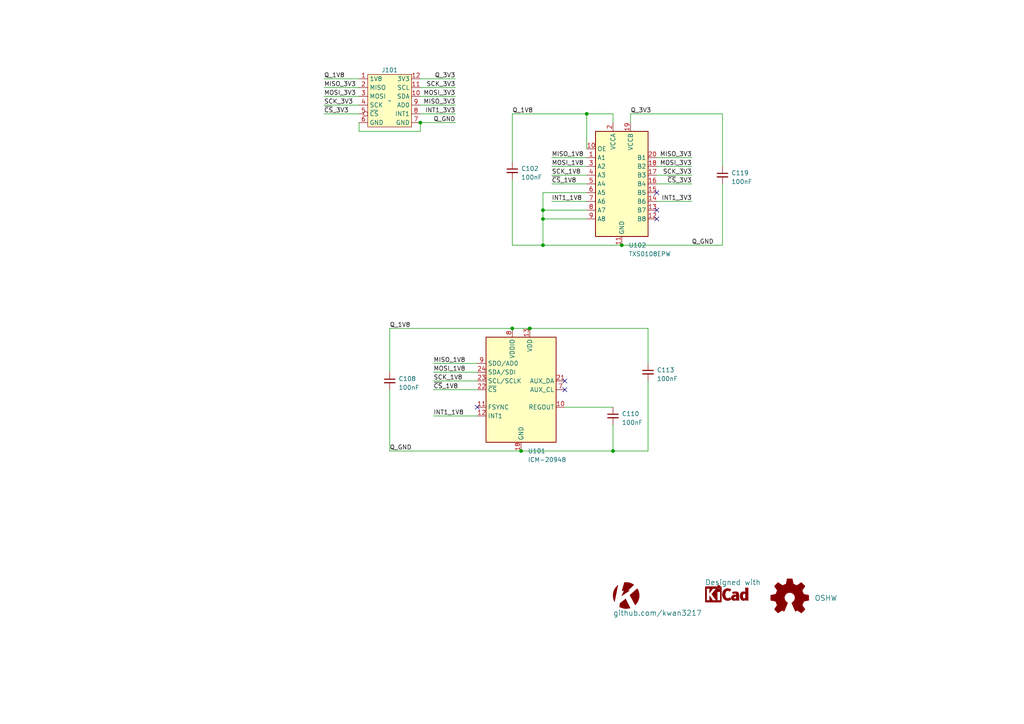
<source format=kicad_sch>
(kicad_sch (version 20230121) (generator eeschema)
  (paper "A4")
  (lib_symbols
    (symbol "Device:C_Small" (pin_numbers hide) (pin_names (offset 0.254) hide)
      (property "Reference" "C" (at 0.254 1.778 0))
      (property "Value" "C_Small" (at 0.254 -2.032 0))
      (symbol "C_Small_0_1"
        (polyline (pts (xy -1.524 -0.508) (xy 1.524 -0.508)) (stroke (width 0.3302)))
        (polyline (pts (xy -1.524 0.508) (xy 1.524 0.508)) (stroke (width 0.3048)))
      )
      (symbol "C_Small_1_1"
        (pin passive line (at 0 2.54 270) (length 2.032) (name "~") (number "1"))
        (pin passive line (at 0 -2.54 90) (length 2.032) (name "~") (number "2"))
      )
    )
    (symbol "KwanSystems:DesignedWithKicad" (pin_names (offset 1.016)) (in_bom no)
      (property "Value" "DesignedWithKicad" (at 3.81 -2.54 0))
      (symbol "DesignedWithKicad_0_1"
        (polyline (pts (xy -2.273 4.2434) (xy -2.1768 4.2192) (xy -2.0902 4.1764) (xy -2.0154 4.1166) (xy -1.9544 4.0415) (xy -1.9094 3.9528) (xy -1.8831 3.8565) (xy -1.8773 3.7592) (xy -1.8921 3.6653) (xy -1.9258 3.5775) (xy -1.9765 3.4982) (xy -2.0423 3.4302) (xy -2.1214 3.3759) (xy -2.2119 3.338) (xy -2.2632 3.3256) (xy -2.3077 3.3181) (xy -2.342 3.3151) (xy -2.375 3.3169) (xy -2.4154 3.3238) (xy -2.4485 3.3308) (xy -2.5419 3.3623) (xy -2.6256 3.4134) (xy -2.6977 3.4826) (xy -2.7562 3.5683) (xy -2.7701 3.5955) (xy -2.7866 3.6319) (xy -2.7969 3.6624) (xy -2.8025 3.6946) (xy -2.8047 3.7357) (xy -2.8049 3.7818) (xy -2.8009 3.8661) (xy -2.7874 3.9354) (xy -2.7623 3.996) (xy -2.7228 4.0544) (xy -2.6843 4.0987) (xy -2.6124 4.1645) (xy -2.5373 4.2099) (xy -2.4546 4.2372) (xy -2.3769 4.2474) (xy -2.273 4.2434)) (stroke (width 0.0025)) (fill (type outline)))
        (polyline (pts (xy 0.3284 3.3209) (xy 0.4886 3.2998) (xy 0.6525 3.2596) (xy 0.8223 3.2001) (xy 1 3.1208) (xy 1.0113 3.1153) (xy 1.069 3.0873) (xy 1.1206 3.0632) (xy 1.1622 3.0448) (xy 1.1902 3.0336) (xy 1.1997 3.0311) (xy 1.219 3.0261) (xy 1.2236 3.0219) (xy 1.2185 3.0114) (xy 1.2024 2.9851) (xy 1.1773 2.9457) (xy 1.1449 2.896) (xy 1.1071 2.8387) (xy 1.0658 2.7765) (xy 1.0228 2.7123) (xy 0.9799 2.6487) (xy 0.939 2.5886) (xy 0.902 2.5346) (xy 0.8706 2.4896) (xy 0.8468 2.4563) (xy 0.8323 2.4374) (xy 0.8303 2.4352) (xy 0.8202 2.4399) (xy 0.7978 2.457) (xy 0.7673 2.4836) (xy 0.7515 2.498) (xy 0.655 2.5733) (xy 0.5483 2.6288) (xy 0.4328 2.6639) (xy 0.31 2.6781) (xy 0.2406 2.6769) (xy 0.1194 2.6598) (xy 0.0102 2.6239) (xy -0.0874 2.569) (xy -0.1738 2.4949) (xy -0.2492 2.4013) (xy -0.314 2.2879) (xy -0.3514 2.2013) (xy -0.3953 2.0656) (xy -0.4276 1.9182) (xy -0.4484 1.7627) (xy -0.4579 1.603) (xy -0.4562 1.443) (xy -0.4432 1.2864) (xy -0.4191 1.1371) (xy -0.384 0.9988) (xy -0.3379 0.8753) (xy -0.3216 0.841) (xy -0.2534 0.7269) (xy -0.1729 0.6304) (xy -0.0814 0.5523) (xy 0.0199 0.4934) (xy 0.1299 0.4544) (xy 0.2474 0.4361) (xy 0.2889 0.4348) (xy 0.4104 0.4457) (xy 0.5309 0.4785) (xy 0.6487 0.5326) (xy 0.7623 0.6071) (xy 0.8537 0.6855) (xy 0.9002 0.73) (xy 1.0815 0.4327) (xy 1.1266 0.3586) (xy 1.1678 0.2904) (xy 1.2037 0.2305) (xy 1.2329 0.1816) (xy 1.2538 0.1459) (xy 1.2649 0.126) (xy 1.2664 0.1229) (xy 1.2581 0.1133) (xy 1.2326 0.096) (xy 1.1929 0.0727) (xy 1.1423 0.0451) (xy 1.0841 0.0147) (xy 1.0214 -0.0168) (xy 0.9576 -0.0477) (xy 0.8959 -0.0765) (xy 0.8394 -0.1014) (xy 0.7914 -0.1209) (xy 0.768 -0.1293) (xy 0.6342 -0.1671) (xy 0.4963 -0.1921) (xy 0.3486 -0.2051) (xy 0.2218 -0.2075) (xy 0.1539 -0.2064) (xy 0.0883 -0.2043) (xy 0.0308 -0.2014) (xy -0.0126 -0.1981) (xy -0.0267 -0.1964) (xy -0.1657 -0.1676) (xy -0.3072 -0.1225) (xy -0.4447 -0.0638) (xy -0.5716 0.0059) (xy -0.6491 0.0586) (xy -0.7765 0.1668) (xy -0.8948 0.2933) (xy -1.0018 0.4351) (xy -1.0953 0.589) (xy -1.1732 0.7519) (xy -1.217 0.8692) (xy -1.2673 1.0529) (xy -1.3008 1.2474) (xy -1.3176 1.4487) (xy -1.3176 1.6524) (xy -1.3009 1.8545) (xy -1.2675 2.0506) (xy -1.2174 2.2366) (xy -1.2136 2.2482) (xy -1.1507 2.4103) (xy -1.074 2.5582) (xy -0.9808 2.6961) (xy -0.8685 2.8283) (xy -0.8246 2.8736) (xy -0.6885 2.9975) (xy -0.5485 3.1001) (xy -0.4026 3.1823) (xy -0.2486 3.2454) (xy -0.0843 3.2905) (xy 0.0113 3.308) (xy 0.17 3.3235) (xy 0.3284 3.3209)) (stroke (width 0.0025)) (fill (type outline)))
        (polyline (pts (xy 6.1865 1.7978) (xy 6.1865 1.5633) (xy 6.1866 1.3504) (xy 6.1866 1.1578) (xy 6.1868 0.9845) (xy 6.1871 0.8294) (xy 6.1875 0.6914) (xy 6.1882 0.5693) (xy 6.189 0.4621) (xy 6.1902 0.3687) (xy 6.1917 0.2879) (xy 6.1935 0.2187) (xy 6.1958 0.16) (xy 6.1985 0.1106) (xy 6.2016 0.0695) (xy 6.2053 0.0356) (xy 6.2095 0.0077) (xy 6.2143 -0.0152) (xy 6.2198 -0.0342) (xy 6.2259 -0.0505) (xy 6.2327 -0.0652) (xy 6.2403 -0.0792) (xy 6.2486 -0.0939) (xy 6.2538 -0.103) (xy 6.2881 -0.1637) (xy 5.43 -0.1637) (xy 5.43 -0.0677) (xy 5.4292 -0.0244) (xy 5.4273 0.0088) (xy 5.4245 0.0266) (xy 5.4232 0.0282) (xy 5.4118 0.0213) (xy 5.3891 0.0035) (xy 5.3664 -0.0159) (xy 5.3118 -0.0566) (xy 5.2423 -0.0976) (xy 5.1653 -0.1351) (xy 5.088 -0.1654) (xy 5.0571 -0.175) (xy 4.9886 -0.1896) (xy 4.9058 -0.1995) (xy 4.8164 -0.2046) (xy 4.7282 -0.2044) (xy 4.6492 -0.1987) (xy 4.6115 -0.1929) (xy 4.4734 -0.1548) (xy 4.3461 -0.0971) (xy 4.2303 -0.0202) (xy 4.1266 0.0753) (xy 4.0358 0.1888) (xy 3.969 0.2996) (xy 3.9142 0.4164) (xy 3.8722 0.5357) (xy 3.8422 0.6617) (xy 3.8233 0.7984) (xy 3.8147 0.9498) (xy 3.814 1.0273) (xy 3.8161 1.0841) (xy 4.6452 1.0841) (xy 4.6454 0.991) (xy 4.6483 0.9033) (xy 4.654 0.8262) (xy 4.6625 0.765) (xy 4.665 0.7526) (xy 4.6968 0.6454) (xy 4.7385 0.5583) (xy 4.7904 0.4914) (xy 4.8528 0.4442) (xy 4.9261 0.4166) (xy 5.0107 0.4085) (xy 5.1068 0.4194) (xy 5.1703 0.4352) (xy 5.2195 0.4534) (xy 5.2736 0.4792) (xy 5.3142 0.5029) (xy 5.3848 0.5493) (xy 5.3848 1.6995) (xy 5.3174 1.743) (xy 5.2389 1.784) (xy 5.1547 1.8106) (xy 5.0696 1.8225) (xy 4.9882 1.8193) (xy 4.9154 1.8004) (xy 4.8834 1.7848) (xy 4.8255 1.7418) (xy 4.7765 1.685) (xy 4.7354 1.6124) (xy 4.7009 1.5219) (xy 4.6718 1.4113) (xy 4.6706 1.4055) (xy 4.6604 1.3432) (xy 4.6527 1.2654) (xy 4.6477 1.1773) (xy 4.6452 1.0841) (xy 3.8161 1.0841) (xy 3.8219 1.2401) (xy 3.8438 1.4359) (xy 3.8798 1.6147) (xy 3.9298 1.7762) (xy 3.9937 1.9203) (xy 4.0715 2.0469) (xy 4.1631 2.1559) (xy 4.2685 2.2471) (xy 4.3137 2.2781) (xy 4.4146 2.3342) (xy 4.5179 2.3738) (xy 4.628 2.398) (xy 4.7493 2.4078) (xy 4.8418 2.4067) (xy 4.9715 2.3958) (xy 5.0841 2.374) (xy 5.1829 2.3403) (xy 5.2711 2.2938) (xy 5.32 2.2596) (xy 5.3494 2.2376) (xy 5.371 2.2227) (xy 5.3793 2.2183) (xy 5.3809 2.2291) (xy 5.3822 2.2597) (xy 5.3831 2.3075) (xy 5.3838 2.3695) (xy 5.3842 2.4431) (xy 5.3843 2.5256) (xy 5.3842 2.6141) (xy 5.3838 2.7059) (xy 5.3832 2.7983) (xy 5.3823 2.8885) (xy 5.3813 2.9737) (xy 5.38 3.0513) (xy 5.3786 3.1184) (xy 5.3769 3.1724) (xy 5.3752 3.2104) (xy 5.3747 3.2173) (xy 5.3671 3.2877) (xy 5.3555 3.3429) (xy 5.3378 3.39) (xy 5.3117 3.4364) (xy 5.3054 3.4459) (xy 5.281 3.4826) (xy 6.1863 3.4826) (xy 6.1865 1.7978)) (stroke (width 0.0025)) (fill (type outline)))
        (polyline (pts (xy 2.6736 2.4034) (xy 2.8255 2.3834) (xy 2.9608 2.3498) (xy 3.0802 2.3023) (xy 3.1848 2.2406) (xy 3.2624 2.177) (xy 3.3313 2.1029) (xy 3.385 2.0231) (xy 3.4279 1.9309) (xy 3.4434 1.8878) (xy 3.4562 1.8489) (xy 3.4674 1.8127) (xy 3.4771 1.7776) (xy 3.4854 1.7416) (xy 3.4924 1.703) (xy 3.4983 1.6598) (xy 3.5031 1.6104) (xy 3.5071 1.5527) (xy 3.5103 1.4851) (xy 3.5129 1.4057) (xy 3.5151 1.3126) (xy 3.5168 1.204) (xy 3.5183 1.0781) (xy 3.5198 0.933) (xy 3.521 0.7902) (xy 3.5224 0.634) (xy 3.5236 0.4988) (xy 3.5248 0.3828) (xy 3.5261 0.2844) (xy 3.5277 0.2019) (xy 3.5297 0.1338) (xy 3.5322 0.0782) (xy 3.5353 0.0337) (xy 3.5391 -0.0015) (xy 3.5439 -0.029) (xy 3.5496 -0.0506) (xy 3.5565 -0.0677) (xy 3.5647 -0.0822) (xy 3.5742 -0.0956) (xy 3.5853 -0.1096) (xy 3.5896 -0.1151) (xy 3.6054 -0.1379) (xy 3.6124 -0.1535) (xy 3.6124 -0.1539) (xy 3.6016 -0.1561) (xy 3.5706 -0.1581) (xy 3.522 -0.1599) (xy 3.4582 -0.1615) (xy 3.3817 -0.1626) (xy 3.2949 -0.1634) (xy 3.2005 -0.1637) (xy 3.1896 -0.1637) (xy 2.7667 -0.1637) (xy 2.7634 -0.0676) (xy 2.7601 0.0284) (xy 2.698 -0.0225) (xy 2.6007 -0.0901) (xy 2.4908 -0.1447) (xy 2.4043 -0.175) (xy 2.3353 -0.1897) (xy 2.2519 -0.1997) (xy 2.1622 -0.2046) (xy 2.0738 -0.2043) (xy 1.9949 -0.1984) (xy 1.9586 -0.1926) (xy 1.8186 -0.1548) (xy 1.6922 -0.0999) (xy 1.5803 -0.0289) (xy 1.4838 0.0574) (xy 1.4036 0.1583) (xy 1.3407 0.2729) (xy 1.2963 0.399) (xy 1.284 0.4556) (xy 1.2764 0.5178) (xy 1.2727 0.5926) (xy 1.2722 0.6265) (xy 1.2723 0.6297) (xy 2.0322 0.6297) (xy 2.0415 0.5547) (xy 2.0697 0.4908) (xy 2.1182 0.4352) (xy 2.1233 0.4308) (xy 2.1715 0.396) (xy 2.2233 0.3734) (xy 2.284 0.3615) (xy 2.3594 0.3586) (xy 2.3775 0.359) (xy 2.4313 0.3617) (xy 2.4713 0.3671) (xy 2.5063 0.3773) (xy 2.5451 0.3941) (xy 2.5557 0.3993) (xy 2.6164 0.4352) (xy 2.6632 0.4778) (xy 2.676 0.493) (xy 2.7206 0.5495) (xy 2.7206 0.7454) (xy 2.7201 0.8241) (xy 2.7184 0.882) (xy 2.7154 0.9211) (xy 2.7111 0.9433) (xy 2.707 0.9497) (xy 2.691 0.9529) (xy 2.6573 0.9555) (xy 2.6103 0.9573) (xy 2.555 0.9581) (xy 2.5461 0.9582) (xy 2.4253 0.9529) (xy 2.3227 0.9367) (xy 2.2361 0.909) (xy 2.1637 0.8692) (xy 2.1088 0.8222) (xy 2.0642 0.7644) (xy 2.0395 0.7013) (xy 2.0322 0.6297) (xy 1.2723 0.6297) (xy 1.2742 0.7203) (xy 1.2825 0.7992) (xy 1.2988 0.8704) (xy 1.3244 0.9411) (xy 1.3484 0.9935) (xy 1.407 1.0888) (xy 1.4851 1.1768) (xy 1.5803 1.256) (xy 1.6902 1.3247) (xy 1.8125 1.3813) (xy 1.9448 1.4242) (xy 2.0094 1.4391) (xy 2.1456 1.4612) (xy 2.294 1.4758) (xy 2.4455 1.4822) (xy 2.5721 1.4806) (xy 2.734 1.4738) (xy 2.7265 1.5328) (xy 2.7072 1.6319) (xy 2.6761 1.7126) (xy 2.6323 1.7755) (xy 2.5749 1.8212) (xy 2.503 1.8504) (xy 2.4159 1.8636) (xy 2.3127 1.8614) (xy 2.2747 1.8574) (xy 2.1335 1.8322) (xy 1.9967 1.7912) (xy 1.9022 1.7532) (xy 1.857 1.7338) (xy 1.8186 1.7182) (xy 1.7922 1.7086) (xy 1.7845 1.7065) (xy 1.7748 1.7156) (xy 1.7581 1.7446) (xy 1.7342 1.7938) (xy 1.7031 1.8635) (xy 1.6645 1.9541) (xy 1.6579 1.9699) (xy 1.6279 2.0422) (xy 1.6009 2.1076) (xy 1.5781 2.1631) (xy 1.5608 2.2059) (xy 1.55 2.2332) (xy 1.5469 2.2421) (xy 1.5569 2.2468) (xy 1.5832 2.2521) (xy 1.6115 2.2558) (xy 1.6416 2.2605) (xy 1.6894 2.27) (xy 1.7506 2.2832) (xy 1.8209 2.2992) (xy 1.8962 2.3172) (xy 1.9248 2.3242) (xy 2.0298 2.3498) (xy 2.1175 2.3699) (xy 2.1921 2.385) (xy 2.2579 2.396) (xy 2.3193 2.4033) (xy 2.3806 2.4077) (xy 2.4461 2.4097) (xy 2.5041 2.4101) (xy 2.6736 2.4034)) (stroke (width 0.0025)) (fill (type outline)))
        (polyline (pts (xy -2.9464 3.7809) (xy -2.9355 3.667) (xy -2.9039 3.5594) (xy -2.853 3.4604) (xy -2.7843 3.3723) (xy -2.6992 3.2975) (xy -2.6022 3.2396) (xy -2.496 3.2) (xy -2.389 3.1814) (xy -2.2833 3.1826) (xy -2.1811 3.2021) (xy -2.0845 3.2386) (xy -1.9956 3.2908) (xy -1.9165 3.3573) (xy -1.8494 3.4368) (xy -1.7962 3.528) (xy -1.7592 3.6295) (xy -1.7404 3.7399) (xy -1.7385 3.7898) (xy -1.7385 3.8777) (xy -1.6866 3.8777) (xy -1.6503 3.8749) (xy -1.6234 3.8631) (xy -1.5962 3.8394) (xy -1.5579 3.801) (xy -1.5579 1.6094) (xy -1.5579 1.3473) (xy -1.5579 1.1068) (xy -1.558 0.887) (xy -1.5581 0.6869) (xy -1.5582 0.5057) (xy -1.5584 0.3423) (xy -1.5587 0.1958) (xy -1.5591 0.0654) (xy -1.5595 -0.05) (xy -1.56 -0.1513) (xy -1.5606 -0.2395) (xy -1.5613 -0.3154) (xy -1.5621 -0.3801) (xy -1.5631 -0.4344) (xy -1.5642 -0.4793) (xy -1.5654 -0.5157) (xy -1.5667 -0.5447) (xy -1.5683 -0.5671) (xy -1.5699 -0.5838) (xy -1.5718 -0.5959) (xy -1.5738 -0.6042) (xy -1.576 -0.6097) (xy -1.5771 -0.6115) (xy -1.5813 -0.6185) (xy -1.5848 -0.625) (xy -1.5886 -0.6309) (xy -1.5937 -0.6363) (xy -1.6009 -0.6412) (xy -1.6111 -0.6456) (xy -1.6254 -0.6496) (xy -1.6445 -0.6531) (xy -1.6695 -0.6563) (xy -1.7012 -0.659) (xy -1.7407 -0.6615) (xy -1.7887 -0.6636) (xy -1.8462 -0.6653) (xy -1.9142 -0.6668) (xy -1.9936 -0.6681) (xy -2.0853 -0.6691) (xy -2.1902 -0.6699) (xy -2.3092 -0.6705) (xy -2.4433 -0.6709) (xy -2.5934 -0.6712) (xy -2.7604 -0.6714) (xy -2.9452 -0.6715) (xy -3.1488 -0.6715) (xy -3.3721 -0.6715) (xy -3.6159 -0.6715) (xy -3.8813 -0.6714) (xy -3.9197 -0.6714) (xy -4.1867 -0.6714) (xy -4.432 -0.6713) (xy -4.6566 -0.6712) (xy -4.8613 -0.6711) (xy -5.0472 -0.6709) (xy -5.2151 -0.6706) (xy -5.3659 -0.6703) (xy -5.5006 -0.6699) (xy -5.62 -0.6694) (xy -5.7252 -0.6689) (xy -5.817 -0.6683) (xy -5.8963 -0.6675) (xy -5.964 -0.6667) (xy -6.0212 -0.6657) (xy -6.0686 -0.6646) (xy -6.1073 -0.6634) (xy -6.138 -0.662) (xy -6.1619 -0.6606) (xy -6.1797 -0.6589) (xy -6.1924 -0.6571) (xy -6.2009 -0.6551) (xy -6.2053 -0.6535) (xy -6.2137 -0.6499) (xy -6.2215 -0.6473) (xy -6.2286 -0.6446) (xy -6.2351 -0.6411) (xy -6.2409 -0.6356) (xy -6.2462 -0.6274) (xy -6.251 -0.6154) (xy -6.2552 -0.5987) (xy -6.2589 -0.5765) (xy -6.2622 -0.5477) (xy -6.2651 -0.5114) (xy -6.2675 -0.4667) (xy -6.2696 -0.4126) (xy -6.2714 -0.3483) (xy -6.2728 -0.2727) (xy -6.274 -0.185) (xy -6.2749 -0.0842) (xy -6.2756 0.0306) (xy -6.2761 0.1603) (xy -6.2764 0.306) (xy -6.2766 0.4685) (xy -6.2767 0.6487) (xy -6.2767 0.8476) (xy -6.2767 1.0662) (xy -6.2766 1.3053) (xy -6.2766 1.566) (xy -6.2766 1.6081) (xy -6.2766 1.871) (xy -6.2767 2.1123) (xy -6.2767 2.3328) (xy -6.2766 2.5336) (xy -6.2765 2.7157) (xy -6.2764 2.8798) (xy -6.2761 3.027) (xy -6.2756 3.1582) (xy -6.275 3.2681) (xy -5.9722 3.2681) (xy -5.9324 3.2103) (xy -5.9212 3.1945) (xy -5.9112 3.1806) (xy -5.9021 3.1672) (xy -5.8941 3.1533) (xy -5.887 3.1376) (xy -5.8807 3.119) (xy -5.8753 3.0963) (xy -5.8707 3.0683) (xy -5.8667 3.0337) (xy -5.8634 2.9915) (xy -5.8607 2.9404) (xy -5.8585 2.8793) (xy -5.8567 2.8069) (xy -5.8554 2.722) (xy -5.8545 2.6236) (xy -5.8539 2.5103) (xy -5.8535 2.3811) (xy -5.8533 2.2347) (xy -5.8532 2.0699) (xy -5.8532 1.8856) (xy -5.8533 1.6805) (xy -5.8533 1.5579) (xy -5.8533 1.3409) (xy -5.8532 1.1454) (xy -5.8532 0.97) (xy -5.8534 0.8137) (xy -5.8536 0.6751) (xy -5.8541 0.5533) (xy -5.8549 0.4468) (xy -5.856 0.3547) (xy -5.8574 0.2756) (xy -5.8593 0.2084) (xy -5.8617 0.1519) (xy -5.8647 0.1049) (xy -5.8683 0.0662) (xy -5.8725 0.0347) (xy -5.8774 0.0091) (xy -5.8832 -0.0117) (xy -5.8897 -0.0289) (xy -5.8972 -0.0438) (xy -5.9056 -0.0574) (xy -5.915 -0.0711) (xy -5.9254 -0.0859) (xy -5.9315 -0.0948) (xy -5.9703 -0.1524) (xy -5.4387 -0.1524) (xy -5.3155 -0.1524) (xy -5.213 -0.1522) (xy -5.1294 -0.1519) (xy -5.063 -0.1513) (xy -5.0118 -0.1504) (xy -4.974 -0.1491) (xy -4.9479 -0.1473) (xy -4.9316 -0.145) (xy -4.9233 -0.142) (xy -4.9212 -0.1384) (xy -4.9233 -0.1341) (xy -4.9245 -0.1326) (xy -4.9497 -0.0956) (xy -4.9756 -0.0428) (xy -4.9992 0.0192) (xy -5.0075 0.0456) (xy -5.0121 0.0636) (xy -5.016 0.0846) (xy -5.0192 0.1109) (xy -5.022 0.1445) (xy -5.0242 0.1874) (xy -5.0261 0.2418) (xy -5.0276 0.3097) (xy -5.029 0.3933) (xy -5.0302 0.4946) (xy -5.0313 0.6157) (xy -5.0317 0.6604) (xy -5.0327 0.7856) (xy -5.0335 0.8899) (xy -5.0339 0.9753) (xy -5.034 1.0435) (xy -5.0336 1.0962) (xy -5.0327 1.1354) (xy -5.0313 1.1627) (xy -5.0293 1.18) (xy -5.0266 1.1891) (xy -5.0232 1.1917) (xy -5.019 1.1896) (xy -5.0146 1.1853) (xy -5.0042 1.1724) (xy -4.9822 1.1433) (xy -4.95 1.1002) (xy -4.9092 1.0453) (xy -4.8614 0.9806) (xy -4.8081 0.9083) (xy -4.7509 0.8305) (xy -4.6914 0.7493) (xy -4.6312 0.6669) (xy -4.5717 0.5855) (xy -4.5145 0.507) (xy -4.4612 0.4338) (xy -4.4135 0.3679) (xy -4.3727 0.3113) (xy -4.3405 0.2664) (xy -4.3185 0.2352) (xy -4.3139 0.2285) (xy -4.291 0.1916) (xy -4.2642 0.1436) (xy -4.2388 0.0941) (xy -4.2356 0.0874) (xy -4.2139 0.0392) (xy -4.2013 0.0017) (xy -4.1956 -0.0342) (xy -4.1945 -0.0762) (xy -4.1951 -0.1524) (xy -3.0407 -0.1524) (xy -3.1318 -0.0587) (xy -3.1786 -0.0088) (xy -3.2289 0.0477) (xy -3.2749 0.102) (xy -3.2954 0.1273) (xy -3.3258 0.1669) (xy -3.3659 0.2201) (xy -3.4144 0.2853) (xy -3.4701 0.361) (xy -3.532 0.4454) (xy -3.5988 0.537) (xy -3.6694 0.6341) (xy -3.7425 0.7351) (xy -3.8171 0.8383) (xy -3.8919 0.9422) (xy -3.9658 1.0451) (xy -4.0376 1.1454) (xy -4.1062 1.2414) (xy -4.1703 1.3315) (xy -4.2288 1.4141) (xy -4.2805 1.4875) (xy -4.3242 1.5502) (xy -4.3589 1.6004) (xy -4.3832 1.6367) (xy -4.3961 1.6572) (xy -4.3979 1.6613) (xy -4.3899 1.6727) (xy -4.3691 1.6998) (xy -4.3368 1.7412) (xy -4.2945 1.795) (xy -4.2433 1.8595) (xy -4.1848 1.9331) (xy -4.1203 2.014) (xy -4.0511 2.1006) (xy -3.9787 2.1912) (xy -3.9042 2.2839) (xy -3.8445 2.3583) (xy -2.8335 2.3583) (xy -2.8276 2.3453) (xy -2.8133 2.3231) (xy -2.8122 2.3216) (xy -2.7934 2.2915) (xy -2.7738 2.2546) (xy -2.7699 2.2465) (xy -2.7664 2.2381) (xy -2.7632 2.2279) (xy -2.7605 2.2147) (xy -2.7581 2.1971) (xy -2.756 2.1735) (xy -2.7542 2.1427) (xy -2.7527 2.1032) (xy -2.7514 2.0537) (xy -2.7503 1.9928) (xy -2.7494 1.919) (xy -2.7486 1.831) (xy -2.7479 1.7273) (xy -2.7474 1.6067) (xy -2.7468 1.4676) (xy -2.7463 1.3088) (xy -2.7457 1.1299) (xy -2.7452 0.9448) (xy -2.7448 0.7809) (xy -2.7445 0.6367) (xy -2.7445 0.5109) (xy -2.7448 0.4021) (xy -2.7454 0.3089) (xy -2.7465 0.2299) (xy -2.7481 0.1637) (xy -2.7503 0.1088) (xy -2.7531 0.064) (xy -2.7567 0.0277) (xy -2.761 -0.0013) (xy -2.7661 -0.0246) (xy -2.7722 -0.0435) (xy -2.7792 -0.0594) (xy -2.7873 -0.0736) (xy -2.7965 -0.0877) (xy -2.805 -0.1002) (xy -2.8222 -0.1265) (xy -2.8323 -0.144) (xy -2.8335 -0.1473) (xy -2.8226 -0.1483) (xy -2.7914 -0.1493) (xy -2.7422 -0.1502) (xy -2.6773 -0.151) (xy -2.599 -0.1516) (xy -2.5096 -0.1521) (xy -2.4114 -0.1523) (xy -2.3424 -0.1524) (xy -2.2375 -0.1522) (xy -2.1406 -0.1515) (xy -2.0541 -0.1505) (xy -1.9801 -0.1492) (xy -1.9209 -0.1476) (xy -1.8785 -0.1458) (xy -1.8553 -0.1438) (xy -1.8514 -0.1425) (xy -1.8591 -0.1276) (xy -1.8671 -0.1196) (xy -1.8802 -0.1024) (xy -1.8975 -0.0722) (xy -1.9094 -0.0476) (xy -1.936 0.0113) (xy -1.9391 1.1882) (xy -1.9422 2.365) (xy -2.3879 2.365) (xy -2.4857 2.3649) (xy -2.5761 2.3644) (xy -2.6566 2.3637) (xy -2.725 2.3627) (xy -2.7787 2.3615) (xy -2.8153 2.3602) (xy -2.8325 2.3588) (xy -2.8335 2.3583) (xy -3.8445 2.3583) (xy -3.8293 2.3773) (xy -3.7551 2.4695) (xy -3.6831 2.5588) (xy -3.6146 2.6436) (xy -3.551 2.7221) (xy -3.4936 2.7927) (xy -3.4438 2.8536) (xy -3.4031 2.9032) (xy -3.3859 2.9238) (xy -3.2996 3.0245) (xy -3.223 3.1077) (xy -3.1542 3.1756) (xy -3.0912 3.2299) (xy -3.0819 3.2373) (xy -3.0424 3.2679) (xy -4.1741 3.2681) (xy -4.1688 3.2202) (xy -4.1721 3.1628) (xy -4.1937 3.0945) (xy -4.2336 3.0148) (xy -4.2789 2.9425) (xy -4.2952 2.9199) (xy -4.3232 2.8823) (xy -4.3614 2.832) (xy -4.4081 2.771) (xy -4.4617 2.7016) (xy -4.5203 2.6258) (xy -4.5825 2.5458) (xy -4.6464 2.4638) (xy -4.7105 2.3818) (xy -4.773 2.3021) (xy -4.8323 2.2267) (xy -4.8868 2.1578) (xy -4.9346 2.0976) (xy -4.9743 2.0481) (xy -5.004 2.0116) (xy -5.0222 1.9901) (xy -5.0252 1.9868) (xy -5.0281 1.9949) (xy -5.0303 2.0251) (xy -5.0319 2.0774) (xy -5.0328 2.1515) (xy -5.033 2.2469) (xy -5.0326 2.3636) (xy -5.0317 2.4836) (xy -5.0304 2.6157) (xy -5.0289 2.7274) (xy -5.0269 2.821) (xy -5.0242 2.8986) (xy -5.0206 2.9624) (xy -5.0158 3.0147) (xy -5.0095 3.0577) (xy -5.0015 3.0934) (xy -4.9916 3.1243) (xy -4.9795 3.1524) (xy -4.965 3.18) (xy -4.9503 3.205) (xy -4.9123 3.2681) (xy -5.9722 3.2681) (xy -6.275 3.2681) (xy -6.275 3.2744) (xy -6.2742 3.3765) (xy -6.2732 3.4654) (xy -6.2719 3.5421) (xy -6.2704 3.6075) (xy -6.2685 3.6626) (xy -6.2664 3.7082) (xy -6.2639 3.7455) (xy -6.261 3.7752) (xy -6.2577 3.7983) (xy -6.254 3.8159) (xy -6.2499 3.8287) (xy -6.2452 3.8378) (xy -6.2401 3.8441) (xy -6.2345 3.8485) (xy -6.2283 3.852) (xy -6.2215 3.8556) (xy -6.2155 3.8591) (xy -6.2103 3.8617) (xy -6.2021 3.864) (xy -6.1899 3.8661) (xy -6.1725 3.868) (xy -6.149 3.8697) (xy -6.1181 3.8711) (xy -6.0788 3.8724) (xy -6.03 3.8735) (xy -5.9705 3.8744) (xy -5.8994 3.8752) (xy -5.8155 3.8759) (xy -5.7177 3.8764) (xy -5.6049 3.8768) (xy -5.476 3.8772) (xy -5.33 3.8774) (xy -5.1657 3.8776) (xy -4.982 3.8777) (xy -4.7779 3.8777) (xy -4.5668 3.8777) (xy -2.9464 3.8777) (xy -2.9464 3.7809)) (stroke (width 0.0025)) (fill (type outline)))
      )
    )
    (symbol "KwanSystems:KwanSystems" (pin_names (offset 1.016)) (in_bom no)
      (property "Value" "KwanSystems" (at 0 -5.08 0))
      (symbol "KwanSystems_0_1"
        (polyline (pts (xy 0.3018 3.8025) (xy 0.5462 3.7744) (xy 0.7854 3.7321) (xy 1.0193 3.6754) (xy 1.2478 3.6045) (xy 1.4711 3.5193) (xy 1.689 3.4198) (xy 1.9015 3.3061) (xy 2.1085 3.1781) (xy 2.2308 3.09) (xy 0.4924 1.42) (xy 0.9508 1.42) (xy -1.31 -0.12) (xy -0.5992 1.42) (xy -1.1938 1.42) (xy -0.5192 3.78) (xy -0.3885 3.7927) (xy -0.1814 3.8059) (xy 0.0333 3.811)) (stroke (width 0.0025)) (fill (type outline)))
        (polyline (pts (xy 1.2117 -3.611) (xy 1.1805 -3.6269) (xy 1.1201 -3.6454) (xy 1.0517 -3.6655) (xy 0.8462 -3.7189) (xy 0.6348 -3.7604) (xy 0.4156 -3.7905) (xy 0.3277 -3.7992) (xy 0.1234 -3.8081) (xy 0.0408 -3.8091) (xy -0.0437 -3.8092) (xy -0.1265 -3.8082) (xy -0.3391 -3.7989) (xy -0.5799 -3.7695) (xy -0.8161 -3.7257) (xy -1.0478 -3.6672) (xy -1.2753 -3.5942) (xy -1.4987 -3.5065) (xy -1.6599 -3.4329) (xy -1.8371 -3.3426) (xy -1.9342 -3.2879) (xy -1.78 -2.25) (xy -0.12 -0.95)) (stroke (width 0.0025)) (fill (type outline)))
        (polyline (pts (xy -3.33 -1.85) (xy -3.4035 -1.7216) (xy -3.5014 -1.5107) (xy -3.5664 -1.3527) (xy -3.641 -1.1379) (xy -3.7016 -0.923) (xy -3.7485 -0.7062) (xy -3.782 -0.486) (xy -3.8025 -0.2605) (xy -3.8102 -0.0281) (xy -3.8103 0) (xy -3.8029 0.2742) (xy -3.7787 0.5215) (xy -3.7379 0.7583) (xy -3.6926 0.9566) (xy -3.6383 1.1468) (xy -3.5739 1.3326) (xy -3.4979 1.5178) (xy -3.4219 1.6804) (xy -3.3272 1.8622) (xy -3.2273 2.0324) (xy -3.1205 2.1935) (xy -3.0049 2.3481) (xy -2.8787 2.4988) (xy -2.7399 2.6482) (xy -2.6018 2.7839) (xy -2.4691 2.9048) (xy -2.33 3.02)) (stroke (width 0.0025)) (fill (type outline)))
        (polyline (pts (xy 3.337 1.8449) (xy 3.4183 1.6918) (xy 3.5168 1.4771) (xy 3.6016 1.2562) (xy 3.6727 1.0287) (xy 3.73 0.7948) (xy 3.7737 0.5541) (xy 3.7919 0.4191) (xy 3.7965 0.3713) (xy 3.8004 0.3111) (xy 3.8037 0.2415) (xy 3.8062 0.1653) (xy 3.808 0.0853) (xy 3.8091 0.0045) (xy 3.8092 -0.0742) (xy 3.8085 -0.148) (xy 3.8068 -0.214) (xy 3.8042 -0.2693) (xy 3.8033 -0.2821) (xy 3.7774 -0.5241) (xy 3.7368 -0.7619) (xy 3.6819 -0.9952) (xy 3.6126 -1.2235) (xy 3.5291 -1.4466) (xy 3.4316 -1.664) (xy 3.3202 -1.8755) (xy 3.1951 -2.0807) (xy 3.0563 -2.2792) (xy 2.918 -2.4541) (xy 2.7919 -2.5949) (xy 2.62 -2.77) (xy 1.07 0.12) (xy 3.24 2.01)) (stroke (width 0.0025)) (fill (type outline)))
      )
    )
    (symbol "KwanSystems:OSHW" (pin_names (offset 1.016)) (in_bom no)
      (property "Value" "OSHW" (at 10.16 1.27 0))
      (symbol "OSHW_0_1"
        (polyline (pts (xy 3.81 -3.81) (xy 3.7592 -3.7846) (xy 3.6322 -3.7084) (xy 3.4544 -3.5814) (xy 3.2258 -3.429) (xy 2.9972 -3.2766) (xy 2.8194 -3.175) (xy 2.6924 -3.0734) (xy 2.6416 -3.048) (xy 2.6162 -3.0734) (xy 2.5146 -3.1242) (xy 2.3622 -3.2004) (xy 2.2606 -3.2512) (xy 2.1336 -3.302) (xy 2.0574 -3.302) (xy 2.0574 -3.302) (xy 2.0066 -3.2004) (xy 1.9304 -2.9972) (xy 1.8034 -2.7686) (xy 1.7018 -2.4892) (xy 1.5748 -2.1844) (xy 1.4224 -1.8796) (xy 1.3208 -1.5748) (xy 1.1938 -1.2954) (xy 1.1176 -1.0922) (xy 1.0668 -0.9398) (xy 1.0414 -0.8636) (xy 1.0414 -0.8636) (xy 1.1176 -0.7874) (xy 1.2446 -0.7112) (xy 1.4986 -0.4826) (xy 1.7526 -0.1524) (xy 1.905 0.2032) (xy 1.9812 0.6096) (xy 1.9304 0.9906) (xy 1.778 1.3462) (xy 1.524 1.6764) (xy 1.2192 1.905) (xy 0.8636 2.0574) (xy 0.4572 2.1082) (xy 0.0762 2.0828) (xy -0.2794 1.9304) (xy -0.6096 1.6764) (xy -0.762 1.524) (xy -0.9398 1.1938) (xy -1.0668 0.8382) (xy -1.0668 0.762) (xy -1.0414 0.3556) (xy -0.9398 0) (xy -0.7366 -0.3302) (xy -0.4572 -0.6096) (xy -0.4064 -0.635) (xy -0.2794 -0.7366) (xy -0.1778 -0.8128) (xy -0.127 -0.8636) (xy -0.6096 -2.0574) (xy -0.6858 -2.2606) (xy -0.8382 -2.5908) (xy -0.9398 -2.8702) (xy -1.0414 -3.0988) (xy -1.1176 -3.2512) (xy -1.143 -3.302) (xy -1.143 -3.302) (xy -1.1938 -3.302) (xy -1.27 -3.2766) (xy -1.4478 -3.2004) (xy -1.5494 -3.1496) (xy -1.6764 -3.0734) (xy -1.7526 -3.048) (xy -1.8034 -3.0734) (xy -1.905 -3.1496) (xy -2.0828 -3.2766) (xy -2.3114 -3.429) (xy -2.5146 -3.556) (xy -2.6924 -3.683) (xy -2.8448 -3.7846) (xy -2.8956 -3.81) (xy -2.921 -3.81) (xy -2.9718 -3.7846) (xy -3.0734 -3.683) (xy -3.2512 -3.5306) (xy -3.4798 -3.302) (xy -3.5052 -3.2766) (xy -3.7084 -3.0734) (xy -3.8608 -2.921) (xy -3.9624 -2.794) (xy -3.9878 -2.7432) (xy -3.9878 -2.7432) (xy -3.9624 -2.6924) (xy -3.8608 -2.54) (xy -3.7592 -2.3622) (xy -3.6068 -2.1336) (xy -3.2004 -1.5494) (xy -3.429 -1.016) (xy -3.4798 -0.8382) (xy -3.5814 -0.635) (xy -3.6322 -0.508) (xy -3.6576 -0.4318) (xy -3.7338 -0.4064) (xy -3.8608 -0.381) (xy -4.0894 -0.3302) (xy -4.3434 -0.2794) (xy -4.5974 -0.254) (xy -4.8006 -0.2032) (xy -4.9784 -0.1778) (xy -5.0546 -0.1524) (xy -5.0546 -0.1524) (xy -5.08 -0.1016) (xy -5.08 -0.0254) (xy -5.08 0.1016) (xy -5.1054 0.3048) (xy -5.1054 0.6096) (xy -5.1054 0.6604) (xy -5.08 0.9398) (xy -5.08 1.1684) (xy -5.08 1.2954) (xy -5.08 1.3716) (xy -5.08 1.3716) (xy -5.0038 1.3716) (xy -4.8514 1.4224) (xy -4.6228 1.4478) (xy -4.3688 1.4986) (xy -4.3434 1.524) (xy -4.0894 1.5748) (xy -3.8608 1.6002) (xy -3.7084 1.651) (xy -3.6322 1.6764) (xy -3.6322 1.6764) (xy -3.5814 1.778) (xy -3.5052 1.9558) (xy -3.4036 2.159) (xy -3.3274 2.3622) (xy -3.2512 2.54) (xy -3.2004 2.6924) (xy -3.175 2.7432) (xy -3.175 2.7432) (xy -3.2258 2.8194) (xy -3.302 2.9464) (xy -3.429 3.1242) (xy -3.6068 3.3528) (xy -3.6068 3.3782) (xy -3.7592 3.6068) (xy -3.8862 3.7846) (xy -3.9624 3.9116) (xy -3.9878 3.9878) (xy -3.9878 3.9878) (xy -3.937 4.0386) (xy -3.8354 4.1656) (xy -3.6576 4.3434) (xy -3.4798 4.5466) (xy -3.4036 4.5974) (xy -3.2004 4.826) (xy -3.048 4.953) (xy -2.9464 5.0292) (xy -2.8956 5.0546) (xy -2.8956 5.0546) (xy -2.8448 5.0038) (xy -2.6924 4.9022) (xy -2.5146 4.7752) (xy -2.286 4.6228) (xy -2.2606 4.6228) (xy -2.032 4.4704) (xy -1.8542 4.3434) (xy -1.7272 4.2418) (xy -1.6764 4.2164) (xy -1.651 4.2164) (xy -1.5748 4.2418) (xy -1.397 4.2926) (xy -1.2192 4.3688) (xy -1.016 4.4704) (xy -0.8128 4.5466) (xy -0.6858 4.5974) (xy -0.6096 4.6482) (xy -0.6096 4.6482) (xy -0.5842 4.7244) (xy -0.5588 4.8768) (xy -0.508 5.1054) (xy -0.4572 5.3848) (xy -0.4318 5.4356) (xy -0.381 5.6896) (xy -0.3556 5.9182) (xy -0.3302 6.0706) (xy -0.3048 6.1214) (xy -0.254 6.1468) (xy -0.127 6.1468) (xy 0.0508 6.1468) (xy 0.3048 6.1468) (xy 0.5334 6.1468) (xy 0.7874 6.1468) (xy 0.9906 6.1468) (xy 1.143 6.1214) (xy 1.1938 6.1214) (xy 1.1938 6.1214) (xy 1.2192 6.0452) (xy 1.27 5.8674) (xy 1.2954 5.6388) (xy 1.3716 5.3594) (xy 1.3716 5.3086) (xy 1.4224 5.0546) (xy 1.4732 4.826) (xy 1.4986 4.6736) (xy 1.524 4.6228) (xy 1.524 4.6228) (xy 1.651 4.572) (xy 1.8288 4.4958) (xy 2.032 4.3942) (xy 2.54 4.191) (xy 3.175 4.6228) (xy 3.2258 4.6736) (xy 3.4544 4.826) (xy 3.6322 4.953) (xy 3.7592 5.0292) (xy 3.8354 5.0546) (xy 3.8354 5.0546) (xy 3.8862 5.0038) (xy 4.0132 4.8768) (xy 4.191 4.7244) (xy 4.3688 4.5212) (xy 4.5212 4.3688) (xy 4.699 4.191) (xy 4.8006 4.0894) (xy 4.8768 4.0132) (xy 4.8768 3.9624) (xy 4.8768 3.937) (xy 4.8514 3.8608) (xy 4.7498 3.7338) (xy 4.6228 3.5306) (xy 4.4704 3.3274) (xy 4.3434 3.1242) (xy 4.2164 2.921) (xy 4.1148 2.7686) (xy 4.0894 2.6924) (xy 4.0894 2.667) (xy 4.1402 2.54) (xy 4.2164 2.3622) (xy 4.318 2.1336) (xy 4.5212 1.651) (xy 4.8514 1.5748) (xy 5.0546 1.5494) (xy 5.334 1.4986) (xy 5.588 1.4478) (xy 5.9944 1.3716) (xy 6.0198 -0.127) (xy 5.9436 -0.1524) (xy 5.8928 -0.1524) (xy 5.7404 -0.2032) (xy 5.5118 -0.2286) (xy 5.2578 -0.2794) (xy 5.0546 -0.3302) (xy 4.826 -0.381) (xy 4.6736 -0.4064) (xy 4.5974 -0.4064) (xy 4.572 -0.4318) (xy 4.5212 -0.5334) (xy 4.445 -0.7112) (xy 4.3688 -0.9144) (xy 4.2672 -1.1176) (xy 4.191 -1.3208) (xy 4.1402 -1.4732) (xy 4.1148 -1.5494) (xy 4.1402 -1.6002) (xy 4.2418 -1.7272) (xy 4.3434 -1.9304) (xy 4.4958 -2.1336) (xy 4.6482 -2.3622) (xy 4.7752 -2.54) (xy 4.8514 -2.667) (xy 4.9022 -2.7432) (xy 4.8768 -2.794) (xy 4.8006 -2.8956) (xy 4.6228 -3.048) (xy 4.3942 -3.302) (xy 4.3434 -3.3274) (xy 4.1402 -3.5306) (xy 3.9878 -3.683) (xy 3.8608 -3.7846) (xy 3.81 -3.81)) (stroke (width 0.0025)) (fill (type outline)))
      )
    )
    (symbol "KwanSystems:STAMP"
      (property "Reference" "J301" (at 0 8.89 0))
      (property "Value" "~" (at 0 0 0))
      (symbol "STAMP_1_1"
        (rectangle (start -6.35 7.62) (end 6.35 -7.62) (fill (type background)))
        (pin power_in line (at -8.89 6.35 0) (length 2.54) (name "1V8") (number "1"))
        (pin open_collector line (at 8.89 1.27 180) (length 2.54) (name "SDA") (number "10"))
        (pin input line (at 8.89 3.81 180) (length 2.54) (name "SCL") (number "11"))
        (pin power_in line (at 8.89 6.35 180) (length 2.54) (name "3V3") (number "12"))
        (pin output line (at -8.89 3.81 0) (length 2.54) (name "MISO") (number "2"))
        (pin input line (at -8.89 1.27 0) (length 2.54) (name "MOSI") (number "3"))
        (pin input line (at -8.89 -1.27 0) (length 2.54) (name "SCK") (number "4"))
        (pin input inverted (at -8.89 -3.81 0) (length 2.54) (name "~{CS}") (number "5"))
        (pin power_in line (at -8.89 -6.35 0) (length 2.54) (name "GND") (number "6"))
        (pin power_in line (at 8.89 -6.35 180) (length 2.54) (name "GND") (number "7"))
        (pin output line (at 8.89 -3.81 180) (length 2.54) (name "INT1") (number "8"))
        (pin input line (at 8.89 -1.27 180) (length 2.54) (name "AD0") (number "9"))
      )
    )
    (symbol "Logic_LevelTranslator:TXS0108EPW"
      (property "Reference" "U" (at -6.35 16.51 0))
      (property "Value" "TXS0108EPW" (at 3.81 16.51 0))
      (symbol "TXS0108EPW_0_1"
        (rectangle (start -7.62 15.24) (end 7.62 -15.24) (stroke (width 0.254)) (fill (type background)))
      )
      (symbol "TXS0108EPW_1_1"
        (pin bidirectional line (at -10.16 7.62 0) (length 2.54) (name "A1") (number "1"))
        (pin input line (at -10.16 10.16 0) (length 2.54) (name "OE") (number "10"))
        (pin power_in line (at 0 -17.78 90) (length 2.54) (name "GND") (number "11"))
        (pin bidirectional line (at 10.16 -10.16 180) (length 2.54) (name "B8") (number "12"))
        (pin bidirectional line (at 10.16 -7.62 180) (length 2.54) (name "B7") (number "13"))
        (pin bidirectional line (at 10.16 -5.08 180) (length 2.54) (name "B6") (number "14"))
        (pin bidirectional line (at 10.16 -2.54 180) (length 2.54) (name "B5") (number "15"))
        (pin bidirectional line (at 10.16 0 180) (length 2.54) (name "B4") (number "16"))
        (pin bidirectional line (at 10.16 2.54 180) (length 2.54) (name "B3") (number "17"))
        (pin bidirectional line (at 10.16 5.08 180) (length 2.54) (name "B2") (number "18"))
        (pin power_in line (at 2.54 17.78 270) (length 2.54) (name "VCCB") (number "19"))
        (pin power_in line (at -2.54 17.78 270) (length 2.54) (name "VCCA") (number "2"))
        (pin bidirectional line (at 10.16 7.62 180) (length 2.54) (name "B1") (number "20"))
        (pin bidirectional line (at -10.16 5.08 0) (length 2.54) (name "A2") (number "3"))
        (pin bidirectional line (at -10.16 2.54 0) (length 2.54) (name "A3") (number "4"))
        (pin bidirectional line (at -10.16 0 0) (length 2.54) (name "A4") (number "5"))
        (pin bidirectional line (at -10.16 -2.54 0) (length 2.54) (name "A5") (number "6"))
        (pin bidirectional line (at -10.16 -5.08 0) (length 2.54) (name "A6") (number "7"))
        (pin bidirectional line (at -10.16 -7.62 0) (length 2.54) (name "A7") (number "8"))
        (pin bidirectional line (at -10.16 -10.16 0) (length 2.54) (name "A8") (number "9"))
      )
    )
    (symbol "Sensor_Motion:ICM-20948"
      (property "Reference" "U" (at -11.43 16.51 0))
      (property "Value" "ICM-20948" (at 7.62 -16.51 0))
      (symbol "ICM-20948_0_1"
        (rectangle (start -10.16 15.24) (end 10.16 -15.24) (stroke (width 0.254)) (fill (type background)))
      )
      (symbol "ICM-20948_1_1"
        (pin no_connect line (at -10.16 12.7 0) (length 2.54) hide (name "NC") (number "1"))
        (pin passive line (at 12.7 -5.08 180) (length 2.54) (name "REGOUT") (number "10"))
        (pin input line (at -12.7 -5.08 0) (length 2.54) (name "FSYNC") (number "11"))
        (pin output line (at -12.7 -7.62 0) (length 2.54) (name "INT1") (number "12"))
        (pin power_in line (at 2.54 17.78 270) (length 2.54) (name "VDD") (number "13"))
        (pin no_connect line (at 10.16 7.62 180) (length 2.54) hide (name "NC") (number "14"))
        (pin no_connect line (at 10.16 5.08 180) (length 2.54) hide (name "NC") (number "15"))
        (pin no_connect line (at 10.16 -7.62 180) (length 2.54) hide (name "NC") (number "16"))
        (pin no_connect line (at 10.16 -10.16 180) (length 2.54) hide (name "NC") (number "17"))
        (pin power_in line (at 0 -17.78 90) (length 2.54) (name "GND") (number "18"))
        (pin no_connect line (at 10.16 -12.7 180) (length 2.54) hide (name "RESV") (number "19"))
        (pin no_connect line (at -10.16 10.16 0) (length 2.54) hide (name "NC") (number "2"))
        (pin passive line (at 0 -17.78 90) (length 2.54) hide (name "GND") (number "20"))
        (pin bidirectional line (at 12.7 2.54 180) (length 2.54) (name "AUX_DA") (number "21"))
        (pin input line (at -12.7 0 0) (length 2.54) (name "~{CS}") (number "22"))
        (pin input line (at -12.7 2.54 0) (length 2.54) (name "SCL/SCLK") (number "23"))
        (pin bidirectional line (at -12.7 5.08 0) (length 2.54) (name "SDA/SDI") (number "24"))
        (pin no_connect line (at -10.16 -2.54 0) (length 2.54) hide (name "NC") (number "3"))
        (pin no_connect line (at -10.16 -10.16 0) (length 2.54) hide (name "NC") (number "4"))
        (pin no_connect line (at -10.16 -12.7 0) (length 2.54) hide (name "NC") (number "5"))
        (pin no_connect line (at 10.16 10.16 180) (length 2.54) hide (name "NC") (number "6"))
        (pin output line (at 12.7 0 180) (length 2.54) (name "AUX_CL") (number "7"))
        (pin power_in line (at -2.54 17.78 270) (length 2.54) (name "VDDIO") (number "8"))
        (pin bidirectional line (at -12.7 7.62 0) (length 2.54) (name "SDO/AD0") (number "9"))
      )
    )
  )
  (junction (at 153.67 95.25))
  (junction (at 157.48 71.12))
  (junction (at 148.59 95.25))
  (junction (at 177.8 130.81))
  (junction (at 180.34 71.12))
  (junction (at 157.48 60.96))
  (junction (at 121.92 35.56))
  (junction (at 170.18 33.02))
  (junction (at 157.48 63.5))
  (junction (at 151.13 130.81))
  (no_connect (at 190.5 55.88))
  (no_connect (at 163.83 110.49))
  (no_connect (at 138.43 118.11))
  (no_connect (at 190.5 63.5))
  (no_connect (at 163.83 113.03))
  (no_connect (at 190.5 60.96))
  (wire (pts (xy 148.59 52.07) (xy 148.59 71.12)))
  (wire (pts (xy 93.98 22.86) (xy 104.14 22.86)))
  (wire (pts (xy 151.13 130.81) (xy 113.03 130.81)))
  (wire (pts (xy 160.02 58.42) (xy 170.18 58.42)))
  (wire (pts (xy 182.88 33.02) (xy 209.55 33.02)))
  (wire (pts (xy 113.03 95.25) (xy 148.59 95.25)))
  (wire (pts (xy 93.98 33.02) (xy 104.14 33.02)))
  (wire (pts (xy 157.48 71.12) (xy 180.34 71.12)))
  (wire (pts (xy 177.8 130.81) (xy 151.13 130.81)))
  (wire (pts (xy 177.8 33.02) (xy 170.18 33.02)))
  (wire (pts (xy 157.48 55.88) (xy 157.48 60.96)))
  (wire (pts (xy 190.5 53.34) (xy 200.66 53.34)))
  (wire (pts (xy 104.14 38.1) (xy 121.92 38.1)))
  (wire (pts (xy 157.48 60.96) (xy 170.18 60.96)))
  (wire (pts (xy 121.92 30.48) (xy 132.08 30.48)))
  (wire (pts (xy 93.98 30.48) (xy 104.14 30.48)))
  (wire (pts (xy 160.02 45.72) (xy 170.18 45.72)))
  (wire (pts (xy 160.02 53.34) (xy 170.18 53.34)))
  (wire (pts (xy 121.92 38.1) (xy 121.92 35.56)))
  (wire (pts (xy 190.5 58.42) (xy 200.66 58.42)))
  (wire (pts (xy 157.48 60.96) (xy 157.48 63.5)))
  (wire (pts (xy 170.18 33.02) (xy 148.59 33.02)))
  (wire (pts (xy 121.92 35.56) (xy 132.08 35.56)))
  (wire (pts (xy 209.55 71.12) (xy 209.55 53.34)))
  (wire (pts (xy 153.67 95.25) (xy 187.96 95.25)))
  (wire (pts (xy 190.5 50.8) (xy 200.66 50.8)))
  (wire (pts (xy 148.59 33.02) (xy 148.59 46.99)))
  (wire (pts (xy 157.48 63.5) (xy 170.18 63.5)))
  (wire (pts (xy 125.73 113.03) (xy 138.43 113.03)))
  (wire (pts (xy 187.96 110.49) (xy 187.96 130.81)))
  (wire (pts (xy 121.92 22.86) (xy 132.08 22.86)))
  (wire (pts (xy 163.83 118.11) (xy 177.8 118.11)))
  (wire (pts (xy 187.96 130.81) (xy 177.8 130.81)))
  (wire (pts (xy 157.48 63.5) (xy 157.48 71.12)))
  (wire (pts (xy 148.59 71.12) (xy 157.48 71.12)))
  (wire (pts (xy 180.34 71.12) (xy 209.55 71.12)))
  (wire (pts (xy 170.18 55.88) (xy 157.48 55.88)))
  (wire (pts (xy 125.73 107.95) (xy 138.43 107.95)))
  (wire (pts (xy 190.5 48.26) (xy 200.66 48.26)))
  (wire (pts (xy 209.55 33.02) (xy 209.55 48.26)))
  (wire (pts (xy 125.73 105.41) (xy 138.43 105.41)))
  (wire (pts (xy 113.03 107.95) (xy 113.03 95.25)))
  (wire (pts (xy 121.92 33.02) (xy 132.08 33.02)))
  (wire (pts (xy 121.92 25.4) (xy 132.08 25.4)))
  (wire (pts (xy 190.5 45.72) (xy 200.66 45.72)))
  (wire (pts (xy 125.73 110.49) (xy 138.43 110.49)))
  (wire (pts (xy 160.02 50.8) (xy 170.18 50.8)))
  (wire (pts (xy 177.8 123.19) (xy 177.8 130.81)))
  (wire (pts (xy 93.98 27.94) (xy 104.14 27.94)))
  (wire (pts (xy 93.98 25.4) (xy 104.14 25.4)))
  (wire (pts (xy 182.88 35.56) (xy 182.88 33.02)))
  (wire (pts (xy 148.59 95.25) (xy 153.67 95.25)))
  (wire (pts (xy 113.03 130.81) (xy 113.03 113.03)))
  (wire (pts (xy 104.14 35.56) (xy 104.14 38.1)))
  (wire (pts (xy 177.8 35.56) (xy 177.8 33.02)))
  (wire (pts (xy 170.18 33.02) (xy 170.18 43.18)))
  (wire (pts (xy 125.73 120.65) (xy 138.43 120.65)))
  (wire (pts (xy 121.92 27.94) (xy 132.08 27.94)))
  (wire (pts (xy 187.96 95.25) (xy 187.96 105.41)))
  (wire (pts (xy 160.02 48.26) (xy 170.18 48.26)))
  (label "Q_1V8" (at 93.98 22.86 0))
  (label "SCK_3V3" (at 132.08 25.4 180))
  (label "MOSI_1V8" (at 125.73 107.95 0))
  (label "Q_1V8" (at 113.03 95.25 0))
  (label "Q_GND" (at 207.01 71.12 180))
  (label "INT1_1V8" (at 160.02 58.42 0))
  (label "~{CS}_1V8" (at 160.02 53.34 0))
  (label "MISO_1V8" (at 125.73 105.41 0))
  (label "~{CS}_3V3" (at 93.98 33.02 0))
  (label "~{CS}_3V3" (at 200.66 53.34 180))
  (label "INT1_3V3" (at 132.08 33.02 180))
  (label "Q_GND" (at 113.03 130.81 0))
  (label "MISO_3V3" (at 93.98 25.4 0))
  (label "SCK_3V3" (at 200.66 50.8 180))
  (label "Q_3V3" (at 182.88 33.02 0))
  (label "INT1_3V3" (at 200.66 58.42 180))
  (label "MOSI_3V3" (at 200.66 48.26 180))
  (label "MISO_3V3" (at 132.08 30.48 180))
  (label "SCK_1V8" (at 160.02 50.8 0))
  (label "SCK_1V8" (at 125.73 110.49 0))
  (label "MOSI_3V3" (at 132.08 27.94 180))
  (label "MISO_3V3" (at 200.66 45.72 180))
  (label "Q_3V3" (at 132.08 22.86 180))
  (label "Q_1V8" (at 148.59 33.02 0))
  (label "~{CS}_1V8" (at 125.73 113.03 0))
  (label "MOSI_3V3" (at 93.98 27.94 0))
  (label "MISO_1V8" (at 160.02 45.72 0))
  (label "Q_GND" (at 132.08 35.56 180))
  (label "MOSI_1V8" (at 160.02 48.26 0))
  (label "SCK_3V3" (at 93.98 30.48 0))
  (label "INT1_1V8" (at 125.73 120.65 0))
  (symbol (lib_id "KwanSystems:OSHW") (at 228.6 173.99 0) (unit 1) (in_bom no)
    (property "Reference" "G3" (effects hide))
    (property "Value" "OSHW" (at 236.22 173.4566 0) (effects (font (size 1.524 1.524)) (justify left)))
    (property "Footprint" "KwanSystems:OSHW-Symbol_4x3.6mm_SolderMask" (effects hide))
    (instances (project "BME280 stamp" (path "" (reference "G3") (unit 1))) (project "shipometer" (path "" (reference "G203") (unit 1)) (path "" (reference "G303") (unit 1))))
  )
  (symbol (lib_id "Device:C_Small") (at 113.03 110.49 0) (unit 1)
    (property "Reference" "C108" (at 115.57 109.8613 0) (effects (justify left)))
    (property "Value" "100nF" (at 115.57 112.4013 0) (effects (justify left)))
    (property "Footprint" "Capacitor_SMD:C_0603_1608Metric" (effects hide))
    (property "Datasheet" "https://connect.kemet.com:7667/gateway/IntelliData-ComponentDocumentation/1.0/download/datasheet/C0603C105K4PACTU" (effects hide))
    (property "Digikey" "399-C0603C104M5RAC7867CT-ND" (effects hide))
    (property "Number on hand" "15" (effects hide))
    (property "Mouser" "80-C0603C104K4P" (effects hide))
    (property "Part Number" "C0603C104M5RAC" (effects hide))
  )
  (symbol (lib_id "KwanSystems:DesignedWithKicad") (at 210.82 173.99 0) (unit 1) (in_bom no)
    (property "Reference" "G2" (effects hide))
    (property "Value" "Designed with" (at 204.47 168.91 0) (effects (font (size 1.524 1.524)) (justify left)))
    (property "Footprint" "KwanSystems:Symbol_KiCAD-Logo_CopperAndSilkScreenTop_small" (effects hide))
    (instances (project "BME280 stamp" (path "" (reference "G2") (unit 1))) (project "shipometer" (path "" (reference "G202") (unit 1)) (path "" (reference "G302") (unit 1))))
  )
  (symbol (lib_id "Device:C_Small") (at 177.8 120.65 0) (unit 1)
    (property "Reference" "C110" (at 180.34 120.0213 0) (effects (justify left)))
    (property "Value" "100nF" (at 180.34 122.5613 0) (effects (justify left)))
    (property "Footprint" "Capacitor_SMD:C_0603_1608Metric" (effects hide))
    (property "Datasheet" "https://connect.kemet.com:7667/gateway/IntelliData-ComponentDocumentation/1.0/download/datasheet/C0603C105K4PACTU" (effects hide))
    (property "Purpose" "IMU Regulator Output" (effects hide))
    (property "Digikey" "399-C0603C104M5RAC7867CT-ND" (effects hide))
    (property "Number on hand" "15" (effects hide))
    (property "Mouser" "80-C0603C104K4P" (effects hide))
    (property "Part Number" "C0603C104M5RAC" (effects hide))
  )
  (symbol (lib_id "KwanSystems:KwanSystems") (at 181.61 172.72 0) (unit 1) (in_bom no)
    (property "Reference" "G1" (effects hide))
    (property "Value" "github.com/kwan3217" (at 177.8 177.8 0) (effects (font (size 1.524 1.524)) (justify left)))
    (property "Footprint" "KwanSystems:KWAN_CIRCLE" (effects hide))
    (instances (project "BME280 stamp" (path "" (reference "G1") (unit 1))) (project "shipometer" (path "" (reference "G201") (unit 1)) (path "" (reference "G301") (unit 1))))
  )
  (symbol (lib_id "Sensor_Motion:ICM-20948") (at 151.13 113.03 0) (unit 1)
    (property "Reference" "U101" (at 153.0859 130.81 0) (effects (justify left)))
    (property "Value" "ICM-20948" (at 153.0859 133.35 0) (effects (justify left)))
    (property "Footprint" "Sensor_Motion:InvenSense_QFN-24_3x3mm_P0.4mm" (effects hide))
    (property "Datasheet" "http://www.invensense.com/wp-content/uploads/2016/06/DS-000189-ICM-20948-v1.3.pdf" (effects hide))
    (property "Mouser" "410-ICM-20948" (effects hide))
    (property "Number in cart" "1" (effects hide))
    (property "Number on hand" "0" (effects hide))
    (property "Digikey" "1428-1123-1-ND" (effects hide))
    (property "Part Number" "ICM-20948" (effects hide))
  )
  (symbol (lib_id "Device:C_Small") (at 148.59 49.53 0) (unit 1)
    (property "Reference" "C102" (at 151.13 48.9013 0) (effects (justify left)))
    (property "Value" "100nF" (at 151.13 51.4413 0) (effects (justify left)))
    (property "Footprint" "Capacitor_SMD:C_0603_1608Metric" (effects hide))
    (property "Datasheet" "https://connect.kemet.com:7667/gateway/IntelliData-ComponentDocumentation/1.0/download/datasheet/C0603C105K4PACTU" (effects hide))
    (property "Digikey" "399-C0603C104M5RAC7867CT-ND" (effects hide))
    (property "Number on hand" "15" (effects hide))
    (property "Mouser" "80-C0603C104K4P" (effects hide))
    (property "Part Number" "C0603C104M5RAC" (effects hide))
  )
  (symbol (lib_id "Logic_LevelTranslator:TXS0108EPW") (at 180.34 53.34 0) (unit 1)
    (property "Reference" "U102" (at 182.2959 71.12 0) (effects (justify left)))
    (property "Value" "TXS0108EPW" (at 182.2959 73.66 0) (effects (justify left)))
    (property "Footprint" "Package_SO:TSSOP-20_4.4x6.5mm_P0.65mm" (effects hide))
    (property "Datasheet" "www.ti.com/lit/ds/symlink/txs0108e.pdf" (effects hide))
    (property "Number on hand" "8" (effects hide))
    (property "Digikey" "296-23011-1-ND" (effects hide))
    (property "Mouser" "595-TXS0108EPWR" (effects hide))
    (property "Part Number" "TXS0108EPWR" (effects hide))
  )
  (symbol (lib_id "Device:C_Small") (at 187.96 107.95 0) (unit 1)
    (property "Reference" "C113" (at 190.5 107.3213 0) (effects (justify left)))
    (property "Value" "100nF" (at 190.5 109.8613 0) (effects (justify left)))
    (property "Footprint" "Capacitor_SMD:C_0603_1608Metric" (effects hide))
    (property "Datasheet" "https://connect.kemet.com:7667/gateway/IntelliData-ComponentDocumentation/1.0/download/datasheet/C0603C105K4PACTU" (effects hide))
    (property "Digikey" "399-C0603C104M5RAC7867CT-ND" (effects hide))
    (property "Number on hand" "15" (effects hide))
    (property "Mouser" "80-C0603C104K4P" (effects hide))
    (property "Part Number" "C0603C104M5RAC" (effects hide))
  )
  (symbol (lib_id "KwanSystems:STAMP") (at 113.03 29.21 0) (unit 1)
    (property "Reference" "J101" (at 113.03 20.32 0))
    (property "Value" "~" (at 113.03 29.21 0))
    (property "Footprint" "KwanSystems:Stamp" (effects hide))
  )
  (symbol (lib_id "Device:C_Small") (at 209.55 50.8 0) (unit 1)
    (property "Reference" "C119" (at 212.09 50.1713 0) (effects (justify left)))
    (property "Value" "100nF" (at 212.09 52.7113 0) (effects (justify left)))
    (property "Footprint" "Capacitor_SMD:C_0603_1608Metric" (effects hide))
    (property "Datasheet" "https://connect.kemet.com:7667/gateway/IntelliData-ComponentDocumentation/1.0/download/datasheet/C0603C105K4PACTU" (effects hide))
    (property "Digikey" "399-C0603C104M5RAC7867CT-ND" (effects hide))
    (property "Number on hand" "15" (effects hide))
    (property "Mouser" "80-C0603C104K4P" (effects hide))
    (property "Part Number" "C0603C104M5RAC" (effects hide))
  )
)
</source>
